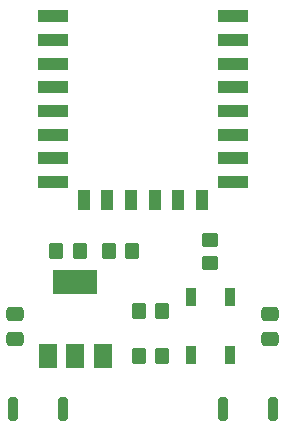
<source format=gbr>
%TF.GenerationSoftware,KiCad,Pcbnew,7.0.7*%
%TF.CreationDate,2023-09-02T13:43:40-04:00*%
%TF.ProjectId,DXBREAKER,44584252-4541-44b4-9552-2e6b69636164,rev?*%
%TF.SameCoordinates,Original*%
%TF.FileFunction,Paste,Top*%
%TF.FilePolarity,Positive*%
%FSLAX46Y46*%
G04 Gerber Fmt 4.6, Leading zero omitted, Abs format (unit mm)*
G04 Created by KiCad (PCBNEW 7.0.7) date 2023-09-02 13:43:40*
%MOMM*%
%LPD*%
G01*
G04 APERTURE LIST*
G04 Aperture macros list*
%AMRoundRect*
0 Rectangle with rounded corners*
0 $1 Rounding radius*
0 $2 $3 $4 $5 $6 $7 $8 $9 X,Y pos of 4 corners*
0 Add a 4 corners polygon primitive as box body*
4,1,4,$2,$3,$4,$5,$6,$7,$8,$9,$2,$3,0*
0 Add four circle primitives for the rounded corners*
1,1,$1+$1,$2,$3*
1,1,$1+$1,$4,$5*
1,1,$1+$1,$6,$7*
1,1,$1+$1,$8,$9*
0 Add four rect primitives between the rounded corners*
20,1,$1+$1,$2,$3,$4,$5,0*
20,1,$1+$1,$4,$5,$6,$7,0*
20,1,$1+$1,$6,$7,$8,$9,0*
20,1,$1+$1,$8,$9,$2,$3,0*%
G04 Aperture macros list end*
%ADD10RoundRect,0.250000X-0.350000X-0.450000X0.350000X-0.450000X0.350000X0.450000X-0.350000X0.450000X0*%
%ADD11RoundRect,0.200000X0.200000X0.800000X-0.200000X0.800000X-0.200000X-0.800000X0.200000X-0.800000X0*%
%ADD12R,0.900000X1.500000*%
%ADD13RoundRect,0.250000X0.475000X-0.337500X0.475000X0.337500X-0.475000X0.337500X-0.475000X-0.337500X0*%
%ADD14RoundRect,0.250000X0.350000X0.450000X-0.350000X0.450000X-0.350000X-0.450000X0.350000X-0.450000X0*%
%ADD15R,2.500000X1.000000*%
%ADD16R,1.000000X1.800000*%
%ADD17RoundRect,0.250000X-0.450000X0.350000X-0.450000X-0.350000X0.450000X-0.350000X0.450000X0.350000X0*%
%ADD18R,1.500000X2.000000*%
%ADD19R,3.800000X2.000000*%
G04 APERTURE END LIST*
D10*
%TO.C,R1*%
X126635000Y-117475000D03*
X128635000Y-117475000D03*
%TD*%
D11*
%TO.C,SW2*%
X120210000Y-125730000D03*
X116010000Y-125730000D03*
%TD*%
D10*
%TO.C,R3*%
X126635000Y-121285000D03*
X128635000Y-121285000D03*
%TD*%
D12*
%TO.C,D1*%
X131065000Y-121195000D03*
X134365000Y-121195000D03*
X134365000Y-116295000D03*
X131065000Y-116295000D03*
%TD*%
D11*
%TO.C,SW1*%
X137990000Y-125730000D03*
X133790000Y-125730000D03*
%TD*%
D13*
%TO.C,C1*%
X116205000Y-119782500D03*
X116205000Y-117707500D03*
%TD*%
D10*
%TO.C,R5*%
X124095000Y-112395000D03*
X126095000Y-112395000D03*
%TD*%
D14*
%TO.C,R4*%
X121650000Y-112395000D03*
X119650000Y-112395000D03*
%TD*%
D15*
%TO.C,U1*%
X119400000Y-92500000D03*
X119400000Y-94500000D03*
X119400000Y-96500000D03*
X119400000Y-98500000D03*
X119400000Y-100500000D03*
X119400000Y-102500000D03*
X119400000Y-104500000D03*
X119400000Y-106500000D03*
D16*
X122000000Y-108000000D03*
X124000000Y-108000000D03*
X126000000Y-108000000D03*
X128000000Y-108000000D03*
X130000000Y-108000000D03*
X132000000Y-108000000D03*
D15*
X134600000Y-106500000D03*
X134600000Y-104500000D03*
X134600000Y-102500000D03*
X134600000Y-100500000D03*
X134600000Y-98500000D03*
X134600000Y-96500000D03*
X134600000Y-94500000D03*
X134600000Y-92500000D03*
%TD*%
D17*
%TO.C,R2*%
X132715000Y-111395000D03*
X132715000Y-113395000D03*
%TD*%
D13*
%TO.C,C2*%
X137795000Y-119782500D03*
X137795000Y-117707500D03*
%TD*%
D18*
%TO.C,Ue*%
X118985000Y-121260000D03*
X121285000Y-121260000D03*
D19*
X121285000Y-114960000D03*
D18*
X123585000Y-121260000D03*
%TD*%
M02*

</source>
